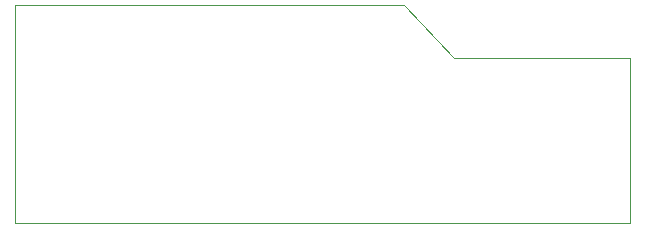
<source format=gbr>
%TF.GenerationSoftware,KiCad,Pcbnew,9.0.7-9.0.7~ubuntu24.04.1*%
%TF.CreationDate,2026-01-11T20:29:35+01:00*%
%TF.ProjectId,mfi,6d66692e-6b69-4636-9164-5f7063625858,rev?*%
%TF.SameCoordinates,Original*%
%TF.FileFunction,Profile,NP*%
%FSLAX46Y46*%
G04 Gerber Fmt 4.6, Leading zero omitted, Abs format (unit mm)*
G04 Created by KiCad (PCBNEW 9.0.7-9.0.7~ubuntu24.04.1) date 2026-01-11 20:29:35*
%MOMM*%
%LPD*%
G01*
G04 APERTURE LIST*
%TA.AperFunction,Profile*%
%ADD10C,0.010000*%
%TD*%
G04 APERTURE END LIST*
D10*
X137100000Y-116000000D02*
X152000000Y-116000000D01*
X132900000Y-111500000D02*
X137100000Y-116000000D01*
X100000000Y-130000000D02*
X152000000Y-130000000D01*
X100000000Y-111500000D02*
X132900000Y-111500000D01*
X152000000Y-116000000D02*
X152000000Y-130000000D01*
X100000000Y-111500000D02*
X100000000Y-130000000D01*
M02*

</source>
